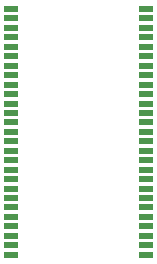
<source format=gbr>
%TF.GenerationSoftware,Altium Limited,Altium Designer,20.2.5 (213)*%
G04 Layer_Color=16711935*
%FSLAX44Y44*%
%MOMM*%
%TF.SameCoordinates,159794D8-7842-4491-B27A-FE66E37C9FAE*%
%TF.FilePolarity,Negative*%
%TF.FileFunction,Soldermask,Bot*%
%TF.Part,Single*%
G01*
G75*
%TA.AperFunction,SMDPad,CuDef*%
%ADD44R,1.1938X0.5080*%
D44*
X685546Y510680D02*
D03*
Y518680D02*
D03*
Y526680D02*
D03*
Y534680D02*
D03*
Y542680D02*
D03*
Y550680D02*
D03*
Y558680D02*
D03*
Y566680D02*
D03*
Y574680D02*
D03*
Y582680D02*
D03*
Y590680D02*
D03*
Y598680D02*
D03*
Y606680D02*
D03*
Y614680D02*
D03*
Y622680D02*
D03*
Y630680D02*
D03*
Y638680D02*
D03*
Y646680D02*
D03*
Y654680D02*
D03*
Y662680D02*
D03*
Y670680D02*
D03*
Y678680D02*
D03*
Y686680D02*
D03*
Y694680D02*
D03*
Y702680D02*
D03*
Y710680D02*
D03*
Y718680D02*
D03*
X800354D02*
D03*
Y710680D02*
D03*
Y702680D02*
D03*
Y694680D02*
D03*
Y686680D02*
D03*
Y678680D02*
D03*
Y670680D02*
D03*
Y662680D02*
D03*
Y654680D02*
D03*
Y646680D02*
D03*
Y638680D02*
D03*
Y630680D02*
D03*
Y622680D02*
D03*
Y614680D02*
D03*
Y606680D02*
D03*
Y598680D02*
D03*
Y590680D02*
D03*
Y582680D02*
D03*
Y574680D02*
D03*
Y566680D02*
D03*
Y558680D02*
D03*
Y550680D02*
D03*
Y542680D02*
D03*
Y534680D02*
D03*
Y526680D02*
D03*
Y518680D02*
D03*
Y510680D02*
D03*
%TF.MD5,333e6a38e145b3e619f269f84ff0a4bf*%
M02*

</source>
